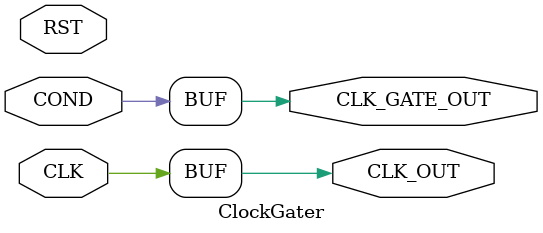
<source format=v>

`ifdef BSV_ASSIGNMENT_DELAY
`else
  `define BSV_ASSIGNMENT_DELAY
`endif

`ifdef BSV_POSITIVE_RESET
  `define BSV_RESET_VALUE 1'b1
  `define BSV_RESET_EDGE posedge
`else
  `define BSV_RESET_VALUE 1'b0
  `define BSV_RESET_EDGE negedge
`endif


module ClockGater(
		  // ports for the internal register
		  CLK,
		  RST,
                  COND,
		  // ports for the output clock
                  CLK_OUT,
                  CLK_GATE_OUT );

   parameter init = 1 ;

   input  CLK ;
   input  RST ;
   input  COND ;
   output CLK_OUT ;
   output CLK_GATE_OUT ;

   // BUFG buf_gC(.I(CLK), .O(CLK_OUT));
   assign CLK_OUT = CLK;
   //BUFG buf_gG(.I(COND),   .O(CLK_GATE_OUT));
   assign CLK_GATE_OUT = COND;
endmodule // GatedClock

</source>
